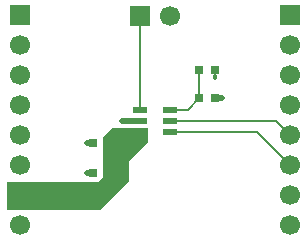
<source format=gtl>
%TF.GenerationSoftware,Altium Limited,Altium Designer,23.2.1 (34)*%
G04 Layer_Physical_Order=1*
G04 Layer_Color=255*
%FSLAX45Y45*%
%MOMM*%
%TF.SameCoordinates,1935415B-2679-425B-B15E-09B645F885D3*%
%TF.FilePolarity,Positive*%
%TF.FileFunction,Copper,L1,Top,Signal*%
%TF.Part,Single*%
G01*
G75*
%TA.AperFunction,SMDPad,CuDef*%
%ADD10R,1.20000X0.60000*%
%ADD11R,0.76200X0.76200*%
%TA.AperFunction,Conductor*%
%ADD12C,0.50800*%
%ADD13C,0.12700*%
%TA.AperFunction,ComponentPad*%
%ADD14C,1.70000*%
%ADD15R,1.70000X1.70000*%
%ADD16R,1.70000X1.70000*%
%TA.AperFunction,ViaPad*%
%ADD17C,0.45720*%
G36*
X1249680Y-1249680D02*
X1089660Y-1409700D01*
Y-1577340D01*
X845820Y-1821180D01*
X60960D01*
Y-1584960D01*
X830580D01*
X868680Y-1546860D01*
Y-1203960D01*
X944880Y-1127760D01*
X1249680D01*
Y-1249680D01*
D02*
G37*
D10*
X1185640Y-974220D02*
D03*
Y-1069220D02*
D03*
Y-1164220D02*
D03*
X1435640D02*
D03*
Y-1069220D02*
D03*
Y-974220D02*
D03*
D11*
X788432Y-1508768D02*
D03*
X918432D02*
D03*
X788432Y-1257308D02*
D03*
X918432D02*
D03*
X1817592Y-632468D02*
D03*
X1687592D02*
D03*
X1817592Y-876308D02*
D03*
X1687592D02*
D03*
D12*
X1817600Y-876300D02*
X1882140D01*
X1817592Y-876308D02*
X1817600Y-876300D01*
X1028700Y-1066800D02*
X1104900D01*
X1183220D02*
X1185640Y-1069220D01*
X1104900Y-1066800D02*
X1183220D01*
X788424Y-1508760D02*
X788432Y-1508768D01*
X731520Y-1508760D02*
X788424D01*
Y-1257300D02*
X788432Y-1257308D01*
X731520Y-1257300D02*
X788424D01*
D13*
X2175140Y-1164220D02*
X2453640Y-1442720D01*
X2334140Y-1069220D02*
X2453640Y-1188720D01*
X1183640Y-972220D02*
X1185640Y-974220D01*
X1183640Y-972220D02*
Y-175260D01*
X1821180Y-693420D02*
Y-636056D01*
X1817592Y-632468D02*
X1821180Y-636056D01*
X1435640Y-1164220D02*
X2175140D01*
X1435640Y-1069220D02*
X2334140D01*
X1687592Y-876308D02*
Y-632468D01*
X1589680Y-974220D02*
X1687592Y-876308D01*
X1435640Y-974220D02*
X1589680D01*
D14*
X2453640Y-1442720D02*
D03*
Y-1188720D02*
D03*
X1437640Y-175260D02*
D03*
X167640Y-1950720D02*
D03*
Y-1696720D02*
D03*
Y-426720D02*
D03*
Y-680720D02*
D03*
Y-934720D02*
D03*
Y-1188720D02*
D03*
Y-1442720D02*
D03*
X2453640Y-1950720D02*
D03*
Y-1696720D02*
D03*
Y-426720D02*
D03*
Y-680720D02*
D03*
Y-934720D02*
D03*
D15*
X1183640Y-175260D02*
D03*
D16*
X167640Y-172720D02*
D03*
X2453640D02*
D03*
D17*
X1882140Y-876300D02*
D03*
X1028700Y-1066800D02*
D03*
X1104900D02*
D03*
X731520Y-1508760D02*
D03*
Y-1257300D02*
D03*
X1150620Y-1303020D02*
D03*
X1821180Y-693420D02*
D03*
%TF.MD5,befaf9d674dd26b20ad2f6149fda7adb*%
M02*

</source>
